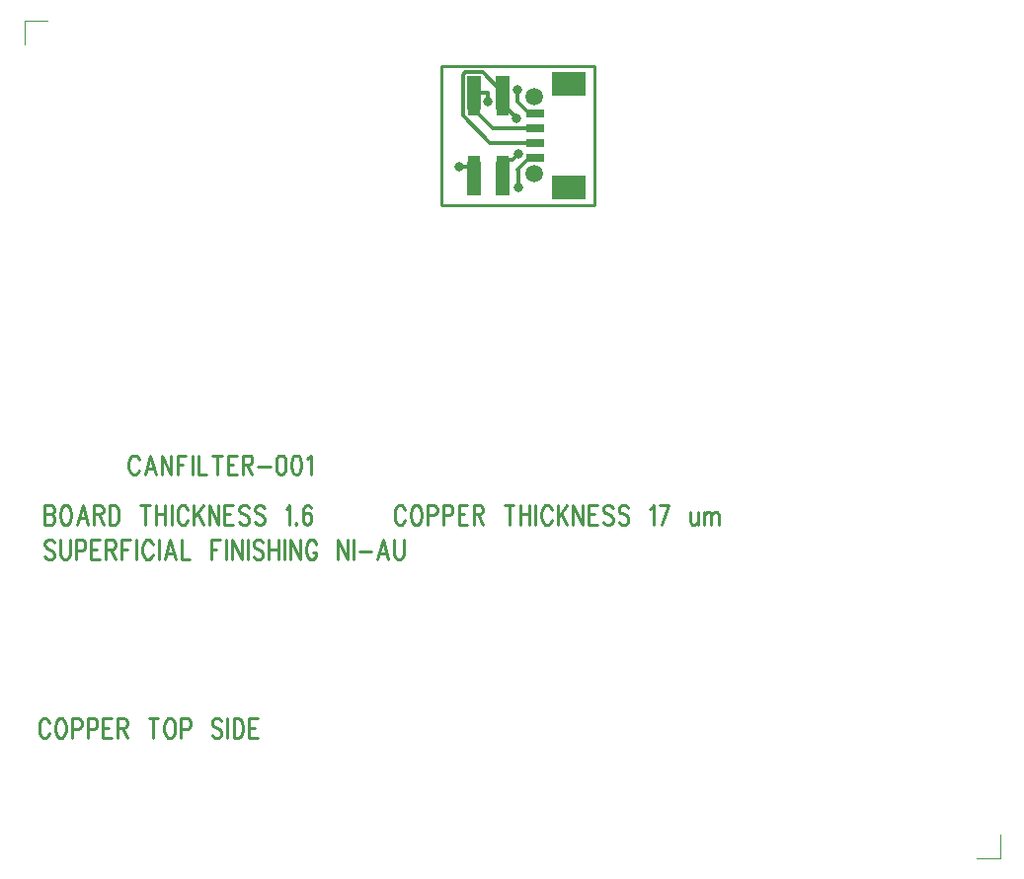
<source format=gbr>
*
*
G04 PADS Layout (Build Number 2007.42.1) generated Gerber (RS-274-X) file*
G04 PC Version=2.1*
*
%IN "TMSBASE-001.pcb"*%
*
%MOIN*%
*
%FSLAX35Y35*%
*
*
*
*
G04 PC Standard Apertures*
*
*
G04 Thermal Relief Aperture macro.*
%AMTER*
1,1,$1,0,0*
1,0,$1-$2,0,0*
21,0,$3,$4,0,0,45*
21,0,$3,$4,0,0,135*
%
*
*
G04 Annular Aperture macro.*
%AMANN*
1,1,$1,0,0*
1,0,$2,0,0*
%
*
*
G04 Odd Aperture macro.*
%AMODD*
1,1,$1,0,0*
1,0,$1-0.005,0,0*
%
*
*
G04 PC Custom Aperture Macros*
*
*
*
*
*
*
G04 PC Aperture Table*
*
%ADD010C,0.01*%
%ADD019R,0.06299X0.02756*%
%ADD020R,0.11811X0.08268*%
%ADD050C,0.05906*%
%ADD092C,0.01181*%
%ADD101R,0.03937X0.03937*%
%ADD151R,0.04724X0.04724*%
%ADD191C,0.0315*%
%ADD192C,0.00004*%
*
*
*
*
G04 PC Copper Outlines (0)*
G04 Layer Name TMSBASE-001.pcb - dark (0)*
%LPD*%
*
*
G04 PC Area=Custom_Thermal*
*
G04 PC Custom Flashes*
G04 Layer Name TMSBASE-001.pcb - flashes*
%LPD*%
*
*
G04 PC Circuitry*
G04 Layer Name TMSBASE-001.pcb - circuitry*
%LPD*%
*
G54D10*
G01X10081Y106505D02*
X9627Y107130D01*
X8945Y107442*
X8036*
X7354Y107130*
X6900Y106505*
Y105880*
X7127Y105255*
X7354Y104942*
X7809Y104630*
X9172Y104005*
X9627Y103692*
X9854Y103380*
X10081Y102755*
Y101817*
X9627Y101192*
X8945Y100880*
X8036*
X7354Y101192*
X6900Y101817*
X12127Y107442D02*
Y102755D01*
X12354Y101817*
X12809Y101192*
X13491Y100880*
X13945*
X14627Y101192*
X15081Y101817*
X15309Y102755*
Y107442*
X17354D02*
Y100880D01*
Y107442D02*
X19400D01*
X20081Y107130*
X20309Y106817*
X20536Y106192*
Y105255*
X20309Y104630*
X20081Y104317*
X19400Y104005*
X17354*
X22581Y107442D02*
Y100880D01*
Y107442D02*
X25536D01*
X22581Y104317D02*
X24400D01*
X22581Y100880D02*
X25536D01*
X27581Y107442D02*
Y100880D01*
Y107442D02*
X29627D01*
X30309Y107130*
X30536Y106817*
X30763Y106192*
Y105567*
X30536Y104942*
X30309Y104630*
X29627Y104317*
X27581*
X29172D02*
X30763Y100880D01*
X32809Y107442D02*
Y100880D01*
Y107442D02*
X35763D01*
X32809Y104317D02*
X34627D01*
X37809Y107442D02*
Y100880D01*
X43263Y105880D02*
X43036Y106505D01*
X42581Y107130*
X42127Y107442*
X41218*
X40763Y107130*
X40309Y106505*
X40081Y105880*
X39854Y104942*
Y103380*
X40081Y102442*
X40309Y101817*
X40763Y101192*
X41218Y100880*
X42127*
X42581Y101192*
X43036Y101817*
X43263Y102442*
X45309Y107442D02*
Y100880D01*
X49172Y107442D02*
X47354Y100880D01*
X49172Y107442D02*
X50991Y100880D01*
X48036Y103067D02*
X50309D01*
X53036Y107442D02*
Y100880D01*
X55763*
X63036Y107442D02*
Y100880D01*
Y107442D02*
X65991D01*
X63036Y104317D02*
X64854D01*
X68036Y107442D02*
Y100880D01*
X70081Y107442D02*
Y100880D01*
Y107442D02*
X73263Y100880D01*
Y107442D02*
Y100880D01*
X75309Y107442D02*
Y100880D01*
X80536Y106505D02*
X80081Y107130D01*
X79400Y107442*
X78491*
X77809Y107130*
X77354Y106505*
Y105880*
X77581Y105255*
X77809Y104942*
X78263Y104630*
X79627Y104005*
X80081Y103692*
X80309Y103380*
X80536Y102755*
Y101817*
X80081Y101192*
X79400Y100880*
X78491*
X77809Y101192*
X77354Y101817*
X82581Y107442D02*
Y100880D01*
X85763Y107442D02*
Y100880D01*
X82581Y104317D02*
X85763D01*
X87809Y107442D02*
Y100880D01*
X89854Y107442D02*
Y100880D01*
Y107442D02*
X93036Y100880D01*
Y107442D02*
Y100880D01*
X98491Y105880D02*
X98263Y106505D01*
X97809Y107130*
X97354Y107442*
X96445*
X95991Y107130*
X95536Y106505*
X95309Y105880*
X95081Y104942*
Y103380*
X95309Y102442*
X95536Y101817*
X95991Y101192*
X96445Y100880*
X97354*
X97809Y101192*
X98263Y101817*
X98491Y102442*
Y103380*
X97354D02*
X98491D01*
X105763Y107442D02*
Y100880D01*
Y107442D02*
X108945Y100880D01*
Y107442D02*
Y100880D01*
X110991Y107442D02*
Y100880D01*
X113036Y103692D02*
X117127D01*
X120991Y107442D02*
X119172Y100880D01*
X120991Y107442D02*
X122809Y100880D01*
X119854Y103067D02*
X122127D01*
X124854Y107442D02*
Y102755D01*
X125081Y101817*
X125536Y101192*
X126218Y100880*
X126672*
X127354Y101192*
X127809Y101817*
X128036Y102755*
Y107442*
X6900Y119253D02*
Y112691D01*
Y119253D02*
X8945D01*
X9627Y118941*
X9854Y118628*
X10081Y118003*
Y117378*
X9854Y116753*
X9627Y116441*
X8945Y116128*
X6900D02*
X8945D01*
X9627Y115816*
X9854Y115503*
X10081Y114878*
Y113941*
X9854Y113316*
X9627Y113003*
X8945Y112691*
X6900*
X13491Y119253D02*
X13036Y118941D01*
X12581Y118316*
X12354Y117691*
X12127Y116753*
Y115191*
X12354Y114253*
X12581Y113628*
X13036Y113003*
X13491Y112691*
X14400*
X14854Y113003*
X15309Y113628*
X15536Y114253*
X15763Y115191*
Y116753*
X15536Y117691*
X15309Y118316*
X14854Y118941*
X14400Y119253*
X13491*
X19627D02*
X17809Y112691D01*
X19627Y119253D02*
X21445Y112691D01*
X18491Y114878D02*
X20763D01*
X23491Y119253D02*
Y112691D01*
Y119253D02*
X25536D01*
X26218Y118941*
X26445Y118628*
X26672Y118003*
Y117378*
X26445Y116753*
X26218Y116441*
X25536Y116128*
X23491*
X25081D02*
X26672Y112691D01*
X28718Y119253D02*
Y112691D01*
Y119253D02*
X30309D01*
X30991Y118941*
X31445Y118316*
X31672Y117691*
X31900Y116753*
Y115191*
X31672Y114253*
X31445Y113628*
X30991Y113003*
X30309Y112691*
X28718*
X40763Y119253D02*
Y112691D01*
X39172Y119253D02*
X42354D01*
X44400D02*
Y112691D01*
X47581Y119253D02*
Y112691D01*
X44400Y116128D02*
X47581D01*
X49627Y119253D02*
Y112691D01*
X55081Y117691D02*
X54854Y118316D01*
X54400Y118941*
X53945Y119253*
X53036*
X52581Y118941*
X52127Y118316*
X51900Y117691*
X51672Y116753*
Y115191*
X51900Y114253*
X52127Y113628*
X52581Y113003*
X53036Y112691*
X53945*
X54400Y113003*
X54854Y113628*
X55081Y114253*
X57127Y119253D02*
Y112691D01*
X60309Y119253D02*
X57127Y114878D01*
X58263Y116441D02*
X60309Y112691D01*
X62354Y119253D02*
Y112691D01*
Y119253D02*
X65536Y112691D01*
Y119253D02*
Y112691D01*
X67581Y119253D02*
Y112691D01*
Y119253D02*
X70536D01*
X67581Y116128D02*
X69400D01*
X67581Y112691D02*
X70536D01*
X75763Y118316D02*
X75309Y118941D01*
X74627Y119253*
X73718*
X73036Y118941*
X72581Y118316*
Y117691*
X72809Y117066*
X73036Y116753*
X73491Y116441*
X74854Y115816*
X75309Y115503*
X75536Y115191*
X75763Y114566*
Y113628*
X75309Y113003*
X74627Y112691*
X73718*
X73036Y113003*
X72581Y113628*
X80991Y118316D02*
X80536Y118941D01*
X79854Y119253*
X78945*
X78263Y118941*
X77809Y118316*
Y117691*
X78036Y117066*
X78263Y116753*
X78718Y116441*
X80081Y115816*
X80536Y115503*
X80763Y115191*
X80991Y114566*
Y113628*
X80536Y113003*
X79854Y112691*
X78945*
X78263Y113003*
X77809Y113628*
X88263Y118003D02*
X88718Y118316D01*
X89400Y119253*
Y112691*
X91672Y113316D02*
X91445Y113003D01*
X91672Y112691*
X91900Y113003*
X91672Y113316*
X96672Y118316D02*
X96445Y118941D01*
X95763Y119253*
X95309*
X94627Y118941*
X94172Y118003*
X93945Y116441*
Y114878*
X94172Y113628*
X94627Y113003*
X95309Y112691*
X95536*
X96218Y113003*
X96672Y113628*
X96900Y114566*
Y114878*
X96672Y115816*
X96218Y116441*
X95536Y116753*
X95309*
X94627Y116441*
X94172Y115816*
X93945Y114878*
X128419Y117691D02*
X128192Y118316D01*
X127737Y118941*
X127283Y119253*
X126373*
X125919Y118941*
X125464Y118316*
X125237Y117691*
X125010Y116753*
Y115191*
X125237Y114253*
X125464Y113628*
X125919Y113003*
X126373Y112691*
X127283*
X127737Y113003*
X128192Y113628*
X128419Y114253*
X131828Y119253D02*
X131373Y118941D01*
X130919Y118316*
X130692Y117691*
X130464Y116753*
Y115191*
X130692Y114253*
X130919Y113628*
X131373Y113003*
X131828Y112691*
X132737*
X133192Y113003*
X133646Y113628*
X133873Y114253*
X134101Y115191*
Y116753*
X133873Y117691*
X133646Y118316*
X133192Y118941*
X132737Y119253*
X131828*
X136146D02*
Y112691D01*
Y119253D02*
X138192D01*
X138873Y118941*
X139101Y118628*
X139328Y118003*
Y117066*
X139101Y116441*
X138873Y116128*
X138192Y115816*
X136146*
X141373Y119253D02*
Y112691D01*
Y119253D02*
X143419D01*
X144101Y118941*
X144328Y118628*
X144555Y118003*
Y117066*
X144328Y116441*
X144101Y116128*
X143419Y115816*
X141373*
X146601Y119253D02*
Y112691D01*
Y119253D02*
X149555D01*
X146601Y116128D02*
X148419D01*
X146601Y112691D02*
X149555D01*
X151601Y119253D02*
Y112691D01*
Y119253D02*
X153646D01*
X154328Y118941*
X154555Y118628*
X154783Y118003*
Y117378*
X154555Y116753*
X154328Y116441*
X153646Y116128*
X151601*
X153192D02*
X154783Y112691D01*
X163646Y119253D02*
Y112691D01*
X162055Y119253D02*
X165237D01*
X167283D02*
Y112691D01*
X170464Y119253D02*
Y112691D01*
X167283Y116128D02*
X170464D01*
X172510Y119253D02*
Y112691D01*
X177964Y117691D02*
X177737Y118316D01*
X177283Y118941*
X176828Y119253*
X175919*
X175464Y118941*
X175010Y118316*
X174783Y117691*
X174555Y116753*
Y115191*
X174783Y114253*
X175010Y113628*
X175464Y113003*
X175919Y112691*
X176828*
X177283Y113003*
X177737Y113628*
X177964Y114253*
X180010Y119253D02*
Y112691D01*
X183192Y119253D02*
X180010Y114878D01*
X181146Y116441D02*
X183192Y112691D01*
X185237Y119253D02*
Y112691D01*
Y119253D02*
X188419Y112691D01*
Y119253D02*
Y112691D01*
X190464Y119253D02*
Y112691D01*
Y119253D02*
X193419D01*
X190464Y116128D02*
X192283D01*
X190464Y112691D02*
X193419D01*
X198646Y118316D02*
X198192Y118941D01*
X197510Y119253*
X196601*
X195919Y118941*
X195464Y118316*
Y117691*
X195692Y117066*
X195919Y116753*
X196373Y116441*
X197737Y115816*
X198192Y115503*
X198419Y115191*
X198646Y114566*
Y113628*
X198192Y113003*
X197510Y112691*
X196601*
X195919Y113003*
X195464Y113628*
X203873Y118316D02*
X203419Y118941D01*
X202737Y119253*
X201828*
X201146Y118941*
X200692Y118316*
Y117691*
X200919Y117066*
X201146Y116753*
X201601Y116441*
X202964Y115816*
X203419Y115503*
X203646Y115191*
X203873Y114566*
Y113628*
X203419Y113003*
X202737Y112691*
X201828*
X201146Y113003*
X200692Y113628*
X211146Y118003D02*
X211601Y118316D01*
X212283Y119253*
Y112691*
X217510Y119253D02*
X215237Y112691D01*
X214328Y119253D02*
X217510D01*
X224783Y117066D02*
Y113941D01*
X225010Y113003*
X225464Y112691*
X226146*
X226601Y113003*
X227283Y113941*
Y117066D02*
Y112691D01*
X229328Y117066D02*
Y112691D01*
Y115816D02*
X230010Y116753D01*
X230464Y117066*
X231146*
X231601Y116753*
X231828Y115816*
Y112691*
Y115816D02*
X232510Y116753D01*
X232964Y117066*
X233646*
X234101Y116753*
X234328Y115816*
Y112691*
X8364Y45573D02*
X8137Y46198D01*
X7682Y46823*
X7227Y47135*
X6318*
X5864Y46823*
X5409Y46198*
X5182Y45573*
X4955Y44635*
Y43073*
X5182Y42135*
X5409Y41510*
X5864Y40885*
X6318Y40573*
X7227*
X7682Y40885*
X8137Y41510*
X8364Y42135*
X11773Y47135D02*
X11318Y46823D01*
X10864Y46198*
X10637Y45573*
X10409Y44635*
Y43073*
X10637Y42135*
X10864Y41510*
X11318Y40885*
X11773Y40573*
X12682*
X13137Y40885*
X13591Y41510*
X13818Y42135*
X14046Y43073*
Y44635*
X13818Y45573*
X13591Y46198*
X13137Y46823*
X12682Y47135*
X11773*
X16091D02*
Y40573D01*
Y47135D02*
X18137D01*
X18818Y46823*
X19046Y46510*
X19273Y45885*
Y44948*
X19046Y44323*
X18818Y44010*
X18137Y43698*
X16091*
X21318Y47135D02*
Y40573D01*
Y47135D02*
X23364D01*
X24046Y46823*
X24273Y46510*
X24500Y45885*
Y44948*
X24273Y44323*
X24046Y44010*
X23364Y43698*
X21318*
X26546Y47135D02*
Y40573D01*
Y47135D02*
X29500D01*
X26546Y44010D02*
X28364D01*
X26546Y40573D02*
X29500D01*
X31546Y47135D02*
Y40573D01*
Y47135D02*
X33591D01*
X34273Y46823*
X34500Y46510*
X34727Y45885*
Y45260*
X34500Y44635*
X34273Y44323*
X33591Y44010*
X31546*
X33137D02*
X34727Y40573D01*
X43591Y47135D02*
Y40573D01*
X42000Y47135D02*
X45182D01*
X48591D02*
X48137Y46823D01*
X47682Y46198*
X47455Y45573*
X47227Y44635*
Y43073*
X47455Y42135*
X47682Y41510*
X48137Y40885*
X48591Y40573*
X49500*
X49955Y40885*
X50409Y41510*
X50637Y42135*
X50864Y43073*
Y44635*
X50637Y45573*
X50409Y46198*
X49955Y46823*
X49500Y47135*
X48591*
X52909D02*
Y40573D01*
Y47135D02*
X54955D01*
X55637Y46823*
X55864Y46510*
X56091Y45885*
Y44948*
X55864Y44323*
X55637Y44010*
X54955Y43698*
X52909*
X66546Y46198D02*
X66091Y46823D01*
X65409Y47135*
X64500*
X63818Y46823*
X63364Y46198*
Y45573*
X63591Y44948*
X63818Y44635*
X64273Y44323*
X65637Y43698*
X66091Y43385*
X66318Y43073*
X66546Y42448*
Y41510*
X66091Y40885*
X65409Y40573*
X64500*
X63818Y40885*
X63364Y41510*
X68591Y47135D02*
Y40573D01*
X70637Y47135D02*
Y40573D01*
Y47135D02*
X72227D01*
X72909Y46823*
X73364Y46198*
X73591Y45573*
X73818Y44635*
Y43073*
X73591Y42135*
X73364Y41510*
X72909Y40885*
X72227Y40573*
X70637*
X75864Y47135D02*
Y40573D01*
Y47135D02*
X78818D01*
X75864Y44010D02*
X77682D01*
X75864Y40573D02*
X78818D01*
X38647Y134530D02*
X38420Y135155D01*
X37965Y135780*
X37511Y136092*
X36602*
X36147Y135780*
X35693Y135155*
X35465Y134530*
X35238Y133592*
Y132030*
X35465Y131092*
X35693Y130467*
X36147Y129842*
X36602Y129530*
X37511*
X37965Y129842*
X38420Y130467*
X38647Y131092*
X42511Y136092D02*
X40693Y129530D01*
X42511Y136092D02*
X44329Y129530D01*
X41375Y131717D02*
X43647D01*
X46375Y136092D02*
Y129530D01*
Y136092D02*
X49556Y129530D01*
Y136092D02*
Y129530D01*
X51602Y136092D02*
Y129530D01*
Y136092D02*
X54556D01*
X51602Y132967D02*
X53420D01*
X56602Y136092D02*
Y129530D01*
X58647Y136092D02*
Y129530D01*
X61375*
X65011Y136092D02*
Y129530D01*
X63420Y136092D02*
X66602D01*
X68647D02*
Y129530D01*
Y136092D02*
X71602D01*
X68647Y132967D02*
X70465D01*
X68647Y129530D02*
X71602D01*
X73647Y136092D02*
Y129530D01*
Y136092D02*
X75693D01*
X76375Y135780*
X76602Y135467*
X76829Y134842*
Y134217*
X76602Y133592*
X76375Y133280*
X75693Y132967*
X73647*
X75238D02*
X76829Y129530D01*
X78875Y132342D02*
X82965D01*
X86375Y136092D02*
X85693Y135780D01*
X85238Y134842*
X85011Y133280*
Y132342*
X85238Y130780*
X85693Y129842*
X86375Y129530*
X86829*
X87511Y129842*
X87965Y130780*
X88193Y132342*
Y133280*
X87965Y134842*
X87511Y135780*
X86829Y136092*
X86375*
X91602D02*
X90920Y135780D01*
X90465Y134842*
X90238Y133280*
Y132342*
X90465Y130780*
X90920Y129842*
X91602Y129530*
X92056*
X92738Y129842*
X93193Y130780*
X93420Y132342*
Y133280*
X93193Y134842*
X92738Y135780*
X92056Y136092*
X91602*
X95465Y134842D02*
X95920Y135155D01*
X96602Y136092*
Y129530*
X192439Y220486D02*
Y267730D01*
X140864*
Y220486*
X192439*
G54D19*
X172360Y236726D03*
Y241648D03*
Y246569D03*
Y251490D03*
G54D20*
X183778Y226687D03*
Y261530D03*
G54D50*
X171967Y257100D03*
Y231116D03*
G54D92*
X146915Y233482D02*
X151478D01*
X151691Y233691*
Y234266D02*
Y233691D01*
Y229640*
X166557Y232695D02*
X170589Y236726D01*
X172360*
X166557Y232695D02*
X166699Y232553D01*
Y226628*
X166699*
X161533Y234266D02*
Y235250D01*
X162266Y235982*
X164679*
X166770Y238073*
X161533Y229640D02*
Y234266D01*
X151691Y253951D02*
Y252967D01*
X158089Y246569*
X172360*
X147951Y258577D02*
Y264758D01*
X148758Y265565*
X154624*
X161533Y258656*
X147951Y258577D02*
Y250821D01*
X157124Y241648*
X172360*
X151691Y253951D02*
Y258577D01*
X156427*
X156526Y258478*
Y255526*
X166522Y259640D02*
Y255557D01*
X170589Y251490*
X172360*
X161533Y258577D02*
Y258656D01*
Y253951D02*
Y258427D01*
X161596Y258490*
Y254569*
X166081Y250085*
X161533Y258427D02*
Y258577D01*
X161533*
X161533*
G54D101*
X151691Y235250D02*
Y233281D01*
X161533Y235250D02*
Y233281D01*
Y254935D02*
Y252967D01*
X151691Y254935D02*
Y252967D01*
G54D151*
Y226392D02*
Y232888D01*
X161533Y226392D02*
Y232888D01*
Y255329D02*
Y261825D01*
X151691Y255329D02*
Y261825D01*
G54D191*
X166699Y226628D03*
X146915Y233482D03*
X166770Y238073D03*
X156526Y255526D03*
X166081Y250085D03*
X166522Y259640D03*
G54D192*
X2Y274955D02*
Y282829D01*
X7876*
X321537Y2D02*
X329411D01*
Y7876*
X0Y0D02*
M02*

</source>
